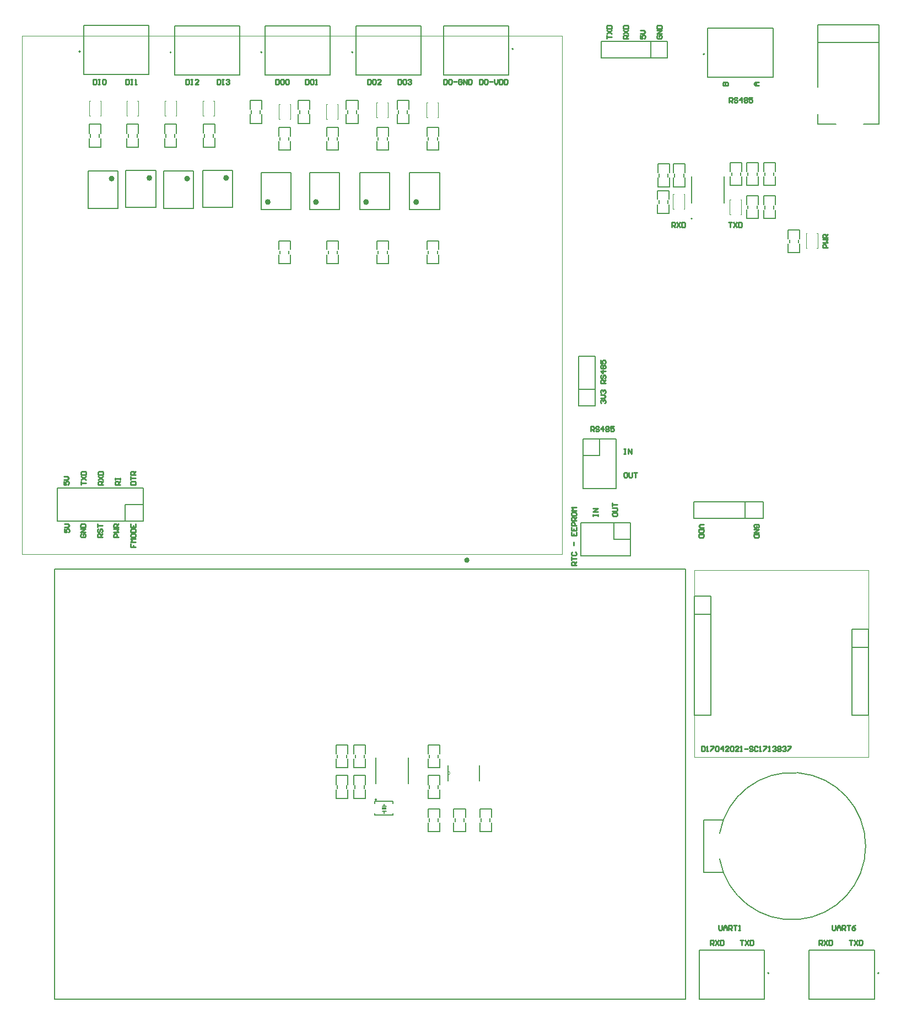
<source format=gto>
G04 Layer_Color=65535*
%FSTAX24Y24*%
%MOIN*%
G70*
G01*
G75*
%ADD16C,0.0100*%
%ADD36C,0.0079*%
%ADD37C,0.0000*%
%ADD38C,0.0157*%
%ADD39C,0.0050*%
%ADD40C,0.0070*%
%ADD41C,0.0040*%
%ADD42C,0.0070*%
%ADD43C,0.0039*%
%ADD44C,0.0060*%
%ADD45R,0.0250X0.0140*%
G36*
X034684Y098935D02*
X034449D01*
Y099173D01*
X034684D01*
Y098935D01*
D02*
G37*
G36*
X031652Y098935D02*
X031417D01*
Y099173D01*
X031652D01*
Y098935D01*
D02*
G37*
G36*
X025708Y098935D02*
X025472D01*
Y099173D01*
X025708D01*
Y098935D01*
D02*
G37*
G36*
X028621D02*
X028386D01*
Y099173D01*
X028621D01*
Y098935D01*
D02*
G37*
G36*
X018543Y100394D02*
X018308D01*
Y100632D01*
X018543D01*
Y100394D01*
D02*
G37*
G36*
X023189D02*
X022954D01*
Y100632D01*
X023189D01*
Y100394D01*
D02*
G37*
G36*
X01626Y100354D02*
X016025D01*
Y100593D01*
X01626D01*
Y100354D01*
D02*
G37*
G36*
X020827D02*
X020592D01*
Y100593D01*
X020827D01*
Y100354D01*
D02*
G37*
D16*
X017299Y081968D02*
X017598D01*
Y082118D01*
X017548Y082168D01*
X017349D01*
X017299Y082118D01*
Y081968D01*
Y082268D02*
Y082468D01*
Y082368D01*
X017598D01*
Y082568D02*
X017299D01*
Y082718D01*
X017349Y082768D01*
X017448D01*
X017498Y082718D01*
Y082568D01*
Y082668D02*
X017598Y082768D01*
X016654Y081968D02*
X016354D01*
Y082118D01*
X016404Y082168D01*
X016504D01*
X016554Y082118D01*
Y081968D01*
Y082068D02*
X016654Y082168D01*
X016354Y082268D02*
Y082368D01*
Y082318D01*
X016654D01*
Y082268D01*
Y082368D01*
X01563Y081968D02*
X01533D01*
Y082118D01*
X01538Y082168D01*
X01548D01*
X01553Y082118D01*
Y081968D01*
Y082068D02*
X01563Y082168D01*
X01533Y082268D02*
X01563Y082468D01*
X01533D02*
X01563Y082268D01*
X01533Y082568D02*
X01563D01*
Y082718D01*
X01558Y082768D01*
X01538D01*
X01533Y082718D01*
Y082568D01*
X014306Y081968D02*
Y082168D01*
Y082068D01*
X014606D01*
X014306Y082268D02*
X014606Y082468D01*
X014306D02*
X014606Y082268D01*
X014306Y082568D02*
X014606D01*
Y082718D01*
X014556Y082768D01*
X014356D01*
X014306Y082718D01*
Y082568D01*
X013245Y082168D02*
Y081968D01*
X013395D01*
X013345Y082068D01*
Y082118D01*
X013395Y082168D01*
X013495D01*
X013545Y082118D01*
Y082018D01*
X013495Y081968D01*
X013245Y082268D02*
X013445D01*
X013545Y082368D01*
X013445Y082468D01*
X013245D01*
X017299Y078389D02*
Y078189D01*
X017448D01*
Y078289D01*
Y078189D01*
X017598D01*
Y078489D02*
X017299D01*
X017398Y078589D01*
X017299Y078689D01*
X017598D01*
X017299Y078939D02*
Y078839D01*
X017349Y078789D01*
X017548D01*
X017598Y078839D01*
Y078939D01*
X017548Y078989D01*
X017349D01*
X017299Y078939D01*
Y079089D02*
X017598D01*
Y079239D01*
X017548Y079289D01*
X017349D01*
X017299Y079239D01*
Y079089D01*
Y079589D02*
Y079389D01*
X017598D01*
Y079589D01*
X017448Y079389D02*
Y079489D01*
X016575Y078789D02*
X016275D01*
Y078939D01*
X016325Y078989D01*
X016425D01*
X016475Y078939D01*
Y078789D01*
X016275Y079089D02*
X016575D01*
X016475Y079189D01*
X016575Y079289D01*
X016275D01*
X016575Y079389D02*
X016275D01*
Y079539D01*
X016325Y079589D01*
X016425D01*
X016475Y079539D01*
Y079389D01*
Y079489D02*
X016575Y079589D01*
X015591Y078789D02*
X015291D01*
Y078939D01*
X015341Y078989D01*
X015441D01*
X015491Y078939D01*
Y078789D01*
Y078889D02*
X015591Y078989D01*
X015341Y079289D02*
X015291Y079239D01*
Y079139D01*
X015341Y079089D01*
X015391D01*
X015441Y079139D01*
Y079239D01*
X015491Y079289D01*
X015541D01*
X015591Y079239D01*
Y079139D01*
X015541Y079089D01*
X015291Y079389D02*
Y079589D01*
Y079489D01*
X015591D01*
X014317Y078989D02*
X014267Y078939D01*
Y078839D01*
X014317Y078789D01*
X014517D01*
X014567Y078839D01*
Y078939D01*
X014517Y078989D01*
X014417D01*
Y078889D01*
X014567Y079089D02*
X014267D01*
X014567Y079289D01*
X014267D01*
Y079389D02*
X014567D01*
Y079539D01*
X014517Y079589D01*
X014317D01*
X014267Y079539D01*
Y079389D01*
X060748Y054434D02*
X060948D01*
X060848D01*
Y054134D01*
X061048Y054434D02*
X061248Y054134D01*
Y054434D02*
X061048Y054134D01*
X061348Y054434D02*
Y054134D01*
X061498D01*
X061548Y054184D01*
Y054384D01*
X061498Y054434D01*
X061348D01*
X058937Y054134D02*
Y054434D01*
X059087D01*
X059137Y054384D01*
Y054284D01*
X059087Y054234D01*
X058937D01*
X059037D02*
X059137Y054134D01*
X059237Y054434D02*
X059437Y054134D01*
Y054434D02*
X059237Y054134D01*
X059537Y054434D02*
Y054134D01*
X059687D01*
X059737Y054184D01*
Y054384D01*
X059687Y054434D01*
X059537D01*
X052362Y054134D02*
Y054434D01*
X052512D01*
X052562Y054384D01*
Y054284D01*
X052512Y054234D01*
X052362D01*
X052462D02*
X052562Y054134D01*
X052662Y054434D02*
X052862Y054134D01*
Y054434D02*
X052662Y054134D01*
X052962Y054434D02*
Y054134D01*
X053112D01*
X053162Y054184D01*
Y054384D01*
X053112Y054434D01*
X052962D01*
X054173D02*
X054373D01*
X054273D01*
Y054134D01*
X054473Y054434D02*
X054673Y054134D01*
Y054434D02*
X054473Y054134D01*
X054773Y054434D02*
Y054134D01*
X054923D01*
X054973Y054184D01*
Y054384D01*
X054923Y054434D01*
X054773D01*
X013283Y079289D02*
Y079089D01*
X013433D01*
X013383Y079189D01*
Y079239D01*
X013433Y079289D01*
X013533D01*
X013583Y079239D01*
Y079139D01*
X013533Y079089D01*
X013283Y079389D02*
X013483D01*
X013583Y079489D01*
X013483Y079589D01*
X013283D01*
X038386Y106481D02*
Y106181D01*
X038536D01*
X038586Y106231D01*
Y106431D01*
X038536Y106481D01*
X038386D01*
X038836D02*
X038736D01*
X038686Y106431D01*
Y106231D01*
X038736Y106181D01*
X038836D01*
X038886Y106231D01*
Y106431D01*
X038836Y106481D01*
X038986Y106331D02*
X039186D01*
X039286Y106481D02*
Y106281D01*
X039385Y106181D01*
X039485Y106281D01*
Y106481D01*
X039585D02*
Y106181D01*
X039735D01*
X039785Y106231D01*
Y106431D01*
X039735Y106481D01*
X039585D01*
X039885D02*
Y106181D01*
X040035D01*
X040085Y106231D01*
Y106431D01*
X040035Y106481D01*
X039885D01*
X03622D02*
Y106181D01*
X03637D01*
X03642Y106231D01*
Y106431D01*
X03637Y106481D01*
X03622D01*
X03667D02*
X03657D01*
X03652Y106431D01*
Y106231D01*
X03657Y106181D01*
X03667D01*
X03672Y106231D01*
Y106431D01*
X03667Y106481D01*
X03682Y106331D02*
X03702D01*
X03732Y106431D02*
X03727Y106481D01*
X03717D01*
X03712Y106431D01*
Y106231D01*
X03717Y106181D01*
X03727D01*
X03732Y106231D01*
Y106331D01*
X03722D01*
X03742Y106181D02*
Y106481D01*
X03762Y106181D01*
Y106481D01*
X03772D02*
Y106181D01*
X03787D01*
X03792Y106231D01*
Y106431D01*
X03787Y106481D01*
X03772D01*
X033465D02*
Y106181D01*
X033615D01*
X033665Y106231D01*
Y106431D01*
X033615Y106481D01*
X033465D01*
X033914D02*
X033814D01*
X033764Y106431D01*
Y106231D01*
X033814Y106181D01*
X033914D01*
X033964Y106231D01*
Y106431D01*
X033914Y106481D01*
X034064Y106431D02*
X034114Y106481D01*
X034214D01*
X034264Y106431D01*
Y106381D01*
X034214Y106331D01*
X034164D01*
X034214D01*
X034264Y106281D01*
Y106231D01*
X034214Y106181D01*
X034114D01*
X034064Y106231D01*
X031614Y106481D02*
Y106181D01*
X031764D01*
X031814Y106231D01*
Y106431D01*
X031764Y106481D01*
X031614D01*
X032064D02*
X031964D01*
X031914Y106431D01*
Y106231D01*
X031964Y106181D01*
X032064D01*
X032114Y106231D01*
Y106431D01*
X032064Y106481D01*
X032414Y106181D02*
X032214D01*
X032414Y106381D01*
Y106431D01*
X032364Y106481D01*
X032264D01*
X032214Y106431D01*
X027874Y106481D02*
Y106181D01*
X028024D01*
X028074Y106231D01*
Y106431D01*
X028024Y106481D01*
X027874D01*
X028324D02*
X028224D01*
X028174Y106431D01*
Y106231D01*
X028224Y106181D01*
X028324D01*
X028374Y106231D01*
Y106431D01*
X028324Y106481D01*
X028474Y106181D02*
X028574D01*
X028524D01*
Y106481D01*
X028474Y106431D01*
X026063Y106481D02*
Y106181D01*
X026213D01*
X026263Y106231D01*
Y106431D01*
X026213Y106481D01*
X026063D01*
X026513D02*
X026413D01*
X026363Y106431D01*
Y106231D01*
X026413Y106181D01*
X026513D01*
X026563Y106231D01*
Y106431D01*
X026513Y106481D01*
X026663Y106431D02*
X026713Y106481D01*
X026813D01*
X026863Y106431D01*
Y106231D01*
X026813Y106181D01*
X026713D01*
X026663Y106231D01*
Y106431D01*
X02252Y106481D02*
Y106181D01*
X02267D01*
X02272Y106231D01*
Y106431D01*
X02267Y106481D01*
X02252D01*
X02282D02*
X02292D01*
X02287D01*
Y106181D01*
X02282D01*
X02292D01*
X02307Y106431D02*
X023119Y106481D01*
X023219D01*
X023269Y106431D01*
Y106381D01*
X023219Y106331D01*
X023169D01*
X023219D01*
X023269Y106281D01*
Y106231D01*
X023219Y106181D01*
X023119D01*
X02307Y106231D01*
X02063Y106481D02*
Y106181D01*
X02078D01*
X02083Y106231D01*
Y106431D01*
X02078Y106481D01*
X02063D01*
X02093D02*
X02103D01*
X02098D01*
Y106181D01*
X02093D01*
X02103D01*
X02138D02*
X02118D01*
X02138Y106381D01*
Y106431D01*
X02133Y106481D01*
X02123D01*
X02118Y106431D01*
X017008Y106481D02*
Y106181D01*
X017158D01*
X017208Y106231D01*
Y106431D01*
X017158Y106481D01*
X017008D01*
X017308D02*
X017408D01*
X017358D01*
Y106181D01*
X017308D01*
X017408D01*
X017558D02*
X017658D01*
X017608D01*
Y106481D01*
X017558Y106431D01*
X015039Y106481D02*
Y106181D01*
X015189D01*
X015239Y106231D01*
Y106431D01*
X015189Y106481D01*
X015039D01*
X015339D02*
X015439D01*
X015389D01*
Y106181D01*
X015339D01*
X015439D01*
X015589Y106431D02*
X015639Y106481D01*
X015739D01*
X015789Y106431D01*
Y106231D01*
X015739Y106181D01*
X015639D01*
X015589Y106231D01*
Y106431D01*
X050039Y09752D02*
Y09782D01*
X050189D01*
X050239Y09777D01*
Y09767D01*
X050189Y09762D01*
X050039D01*
X050139D02*
X050239Y09752D01*
X050339Y09782D02*
X050539Y09752D01*
Y09782D02*
X050339Y09752D01*
X050639Y09782D02*
Y09752D01*
X050789D01*
X050839Y09757D01*
Y09777D01*
X050789Y09782D01*
X050639D01*
X053465D02*
X053664D01*
X053565D01*
Y09752D01*
X053764Y09782D02*
X053964Y09752D01*
Y09782D02*
X053764Y09752D01*
X054064Y09782D02*
Y09752D01*
X054214D01*
X054264Y09757D01*
Y09777D01*
X054214Y09782D01*
X054064D01*
X055276Y106102D02*
X055076D01*
X054976Y106202D01*
X055076Y106302D01*
X055276D01*
X055126D01*
Y106102D01*
X053125D02*
X053425D01*
Y106252D01*
X053375Y106302D01*
X053325D01*
X053275Y106252D01*
Y106102D01*
Y106252D01*
X053225Y106302D01*
X053175D01*
X053125Y106252D01*
Y106102D01*
X047402Y108937D02*
X047102D01*
Y109087D01*
X047152Y109137D01*
X047252D01*
X047302Y109087D01*
Y108937D01*
Y109037D02*
X047402Y109137D01*
X047102Y109237D02*
X047402Y109437D01*
X047102D02*
X047402Y109237D01*
X047102Y109537D02*
X047402D01*
Y109687D01*
X047352Y109737D01*
X047152D01*
X047102Y109687D01*
Y109537D01*
X046078Y108937D02*
Y109137D01*
Y109037D01*
X046378D01*
X046078Y109237D02*
X046378Y109437D01*
X046078D02*
X046378Y109237D01*
X046078Y109537D02*
X046378D01*
Y109687D01*
X046328Y109737D01*
X046128D01*
X046078Y109687D01*
Y109537D01*
X048125Y109137D02*
Y108937D01*
X048275D01*
X048225Y109037D01*
Y109087D01*
X048275Y109137D01*
X048375D01*
X048425Y109087D01*
Y108987D01*
X048375Y108937D01*
X048125Y109237D02*
X048325D01*
X048425Y109337D01*
X048325Y109437D01*
X048125D01*
X04916Y109137D02*
X04911Y109087D01*
Y108987D01*
X04916Y108937D01*
X049359D01*
X049409Y108987D01*
Y109087D01*
X049359Y109137D01*
X04926D01*
Y109037D01*
X049409Y109237D02*
X04911D01*
X049409Y109437D01*
X04911D01*
Y109537D02*
X049409D01*
Y109687D01*
X049359Y109737D01*
X04916D01*
X04911Y109687D01*
Y109537D01*
X045774Y08689D02*
X045724Y08694D01*
Y08704D01*
X045774Y08709D01*
X045824D01*
X045874Y08704D01*
Y08699D01*
Y08704D01*
X045924Y08709D01*
X045974D01*
X046024Y08704D01*
Y08694D01*
X045974Y08689D01*
X045724Y08719D02*
X045924D01*
X046024Y08729D01*
X045924Y08739D01*
X045724D01*
X045774Y08749D02*
X045724Y08754D01*
Y08764D01*
X045774Y08769D01*
X045824D01*
X045874Y08764D01*
Y08759D01*
Y08764D01*
X045924Y08769D01*
X045974D01*
X046024Y08764D01*
Y08754D01*
X045974Y08749D01*
X046024Y088089D02*
X045724D01*
Y088239D01*
X045774Y088289D01*
X045874D01*
X045924Y088239D01*
Y088089D01*
Y088189D02*
X046024Y088289D01*
X045774Y088589D02*
X045724Y088539D01*
Y088439D01*
X045774Y088389D01*
X045824D01*
X045874Y088439D01*
Y088539D01*
X045924Y088589D01*
X045974D01*
X046024Y088539D01*
Y088439D01*
X045974Y088389D01*
X046024Y088839D02*
X045724D01*
X045874Y088689D01*
Y088889D01*
X045774Y088989D02*
X045724Y089039D01*
Y089139D01*
X045774Y089189D01*
X045824D01*
X045874Y089139D01*
X045924Y089189D01*
X045974D01*
X046024Y089139D01*
Y089039D01*
X045974Y088989D01*
X045924D01*
X045874Y089039D01*
X045824Y088989D01*
X045774D01*
X045874Y089039D02*
Y089139D01*
X045724Y089489D02*
Y089289D01*
X045874D01*
X045824Y089389D01*
Y089439D01*
X045874Y089489D01*
X045974D01*
X046024Y089439D01*
Y089339D01*
X045974Y089289D01*
X05525Y079367D02*
X0553Y079417D01*
Y079517D01*
X05525Y079567D01*
X05505D01*
X055Y079517D01*
Y079417D01*
X05505Y079367D01*
X05515D01*
Y079467D01*
X055Y079267D02*
X0553D01*
X055Y079067D01*
X0553D01*
Y078967D02*
X055D01*
Y078817D01*
X05505Y078767D01*
X05525D01*
X0553Y078817D01*
Y078967D01*
X051953Y079567D02*
X051754D01*
X051654Y079467D01*
X051754Y079367D01*
X051953D01*
Y079267D02*
X051654D01*
Y079117D01*
X051704Y079067D01*
X051903D01*
X051953Y079117D01*
Y079267D01*
Y078967D02*
X051654D01*
Y078817D01*
X051704Y078767D01*
X051903D01*
X051953Y078817D01*
Y078967D01*
X044252Y077087D02*
X043952D01*
Y077237D01*
X044002Y077287D01*
X044102D01*
X044152Y077237D01*
Y077087D01*
Y077187D02*
X044252Y077287D01*
X043952Y077387D02*
Y077586D01*
Y077486D01*
X044252D01*
X044002Y077886D02*
X043952Y077836D01*
Y077736D01*
X044002Y077686D01*
X044202D01*
X044252Y077736D01*
Y077836D01*
X044202Y077886D01*
X044102Y078286D02*
Y078486D01*
X043952Y079086D02*
Y078886D01*
X044252D01*
Y079086D01*
X044102Y078886D02*
Y078986D01*
X043952Y079386D02*
Y079186D01*
X044252D01*
Y079386D01*
X044102Y079186D02*
Y079286D01*
X044252Y079486D02*
X043952D01*
Y079636D01*
X044002Y079686D01*
X044102D01*
X044152Y079636D01*
Y079486D01*
X044252Y079786D02*
X043952D01*
Y079936D01*
X044002Y079986D01*
X044102D01*
X044152Y079936D01*
Y079786D01*
Y079886D02*
X044252Y079986D01*
X043952Y080236D02*
Y080136D01*
X044002Y080086D01*
X044202D01*
X044252Y080136D01*
Y080236D01*
X044202Y080286D01*
X044002D01*
X043952Y080236D01*
X044252Y080386D02*
X043952D01*
X044052Y080486D01*
X043952Y080585D01*
X044252D01*
X051811Y066166D02*
Y065866D01*
X051961D01*
X052011Y065916D01*
Y066116D01*
X051961Y066166D01*
X051811D01*
X052111Y065866D02*
X052211D01*
X052161D01*
Y066166D01*
X052111Y066116D01*
X052361Y066166D02*
X052561D01*
Y066116D01*
X052361Y065916D01*
Y065866D01*
X052661Y066116D02*
X052711Y066166D01*
X052811D01*
X052861Y066116D01*
Y065916D01*
X052811Y065866D01*
X052711D01*
X052661Y065916D01*
Y066116D01*
X053111Y065866D02*
Y066166D01*
X052961Y066016D01*
X053161D01*
X05346Y065866D02*
X053261D01*
X05346Y066066D01*
Y066116D01*
X053411Y066166D01*
X053311D01*
X053261Y066116D01*
X05356D02*
X05361Y066166D01*
X05371D01*
X05376Y066116D01*
Y065916D01*
X05371Y065866D01*
X05361D01*
X05356Y065916D01*
Y066116D01*
X05406Y065866D02*
X05386D01*
X05406Y066066D01*
Y066116D01*
X05401Y066166D01*
X05391D01*
X05386Y066116D01*
X05416Y065866D02*
X05426D01*
X05421D01*
Y066166D01*
X05416Y066116D01*
X05441Y066016D02*
X05461D01*
X05491Y066116D02*
X05486Y066166D01*
X05476D01*
X05471Y066116D01*
Y066066D01*
X05476Y066016D01*
X05486D01*
X05491Y065966D01*
Y065916D01*
X05486Y065866D01*
X05476D01*
X05471Y065916D01*
X05521Y066116D02*
X05516Y066166D01*
X05506D01*
X05501Y066116D01*
Y065916D01*
X05506Y065866D01*
X05516D01*
X05521Y065916D01*
X05531Y065866D02*
X05541D01*
X05536D01*
Y066166D01*
X05531Y066116D01*
X05556Y066166D02*
X05576D01*
Y066116D01*
X05556Y065916D01*
Y065866D01*
X05586D02*
X05596D01*
X05591D01*
Y066166D01*
X05586Y066116D01*
X05611D02*
X05616Y066166D01*
X05626D01*
X05631Y066116D01*
Y066066D01*
X05626Y066016D01*
X05621D01*
X05626D01*
X05631Y065966D01*
Y065916D01*
X05626Y065866D01*
X05616D01*
X05611Y065916D01*
X05641Y066116D02*
X05646Y066166D01*
X056559D01*
X056609Y066116D01*
Y066066D01*
X056559Y066016D01*
X056609Y065966D01*
Y065916D01*
X056559Y065866D01*
X05646D01*
X05641Y065916D01*
Y065966D01*
X05646Y066016D01*
X05641Y066066D01*
Y066116D01*
X05646Y066016D02*
X056559D01*
X056709Y066116D02*
X056759Y066166D01*
X056859D01*
X056909Y066116D01*
Y066066D01*
X056859Y066016D01*
X056809D01*
X056859D01*
X056909Y065966D01*
Y065916D01*
X056859Y065866D01*
X056759D01*
X056709Y065916D01*
X057009Y066166D02*
X057209D01*
Y066116D01*
X057009Y065916D01*
Y065866D01*
X059449Y096299D02*
X059149D01*
Y096449D01*
X059199Y096499D01*
X059299D01*
X059349Y096449D01*
Y096299D01*
X059149Y096599D02*
X059449D01*
X059349Y096699D01*
X059449Y096799D01*
X059149D01*
X059449Y096899D02*
X059149D01*
Y097049D01*
X059199Y097099D01*
X059299D01*
X059349Y097049D01*
Y096899D01*
Y096999D02*
X059449Y097099D01*
X045118Y085197D02*
Y085497D01*
X045268D01*
X045318Y085447D01*
Y085347D01*
X045268Y085297D01*
X045118D01*
X045218D02*
X045318Y085197D01*
X045618Y085447D02*
X045568Y085497D01*
X045468D01*
X045418Y085447D01*
Y085397D01*
X045468Y085347D01*
X045568D01*
X045618Y085297D01*
Y085247D01*
X045568Y085197D01*
X045468D01*
X045418Y085247D01*
X045868Y085197D02*
Y085497D01*
X045718Y085347D01*
X045918D01*
X046018Y085447D02*
X046068Y085497D01*
X046168D01*
X046218Y085447D01*
Y085397D01*
X046168Y085347D01*
X046218Y085297D01*
Y085247D01*
X046168Y085197D01*
X046068D01*
X046018Y085247D01*
Y085297D01*
X046068Y085347D01*
X046018Y085397D01*
Y085447D01*
X046068Y085347D02*
X046168D01*
X046518Y085497D02*
X046318D01*
Y085347D01*
X046418Y085397D01*
X046468D01*
X046518Y085347D01*
Y085247D01*
X046468Y085197D01*
X046368D01*
X046318Y085247D01*
X047276Y082701D02*
X047176D01*
X047126Y082651D01*
Y082452D01*
X047176Y082402D01*
X047276D01*
X047326Y082452D01*
Y082651D01*
X047276Y082701D01*
X047426D02*
Y082452D01*
X047476Y082402D01*
X047576D01*
X047626Y082452D01*
Y082701D01*
X047726D02*
X047926D01*
X047826D01*
Y082402D01*
X047126Y084119D02*
X047226D01*
X047176D01*
Y083819D01*
X047126D01*
X047226D01*
X047376D02*
Y084119D01*
X047576Y083819D01*
Y084119D01*
X045251Y080079D02*
Y080179D01*
Y080129D01*
X045551D01*
Y080079D01*
Y080179D01*
Y080329D02*
X045251D01*
X045551Y080529D01*
X045251D01*
X046432Y080229D02*
Y080129D01*
X046482Y080079D01*
X046682D01*
X046732Y080129D01*
Y080229D01*
X046682Y080279D01*
X046482D01*
X046432Y080229D01*
Y080379D02*
X046682D01*
X046732Y080429D01*
Y080529D01*
X046682Y080579D01*
X046432D01*
Y080679D02*
Y080878D01*
Y080779D01*
X046732D01*
X059724Y055339D02*
Y055089D01*
X059774Y055039D01*
X059874D01*
X059924Y055089D01*
Y055339D01*
X060024Y055039D02*
Y055239D01*
X060124Y055339D01*
X060224Y055239D01*
Y055039D01*
Y055189D01*
X060024D01*
X060324Y055039D02*
Y055339D01*
X060474D01*
X060524Y055289D01*
Y055189D01*
X060474Y055139D01*
X060324D01*
X060424D02*
X060524Y055039D01*
X060624Y055339D02*
X060824D01*
X060724D01*
Y055039D01*
X061124Y055339D02*
X061024Y055289D01*
X060924Y055189D01*
Y055089D01*
X060974Y055039D01*
X061074D01*
X061124Y055089D01*
Y055139D01*
X061074Y055189D01*
X060924D01*
X052874Y055339D02*
Y055089D01*
X052924Y055039D01*
X053024D01*
X053074Y055089D01*
Y055339D01*
X053174Y055039D02*
Y055239D01*
X053274Y055339D01*
X053374Y055239D01*
Y055039D01*
Y055189D01*
X053174D01*
X053474Y055039D02*
Y055339D01*
X053624D01*
X053674Y055289D01*
Y055189D01*
X053624Y055139D01*
X053474D01*
X053574D02*
X053674Y055039D01*
X053774Y055339D02*
X053974D01*
X053874D01*
Y055039D01*
X054074D02*
X054174D01*
X054124D01*
Y055339D01*
X054074Y055289D01*
X053504Y105079D02*
Y105379D01*
X053654D01*
X053704Y105329D01*
Y105229D01*
X053654Y105179D01*
X053504D01*
X053604D02*
X053704Y105079D01*
X054004Y105329D02*
X053954Y105379D01*
X053854D01*
X053804Y105329D01*
Y105279D01*
X053854Y105229D01*
X053954D01*
X054004Y105179D01*
Y105129D01*
X053954Y105079D01*
X053854D01*
X053804Y105129D01*
X054254Y105079D02*
Y105379D01*
X054104Y105229D01*
X054304D01*
X054404Y105329D02*
X054454Y105379D01*
X054554D01*
X054604Y105329D01*
Y105279D01*
X054554Y105229D01*
X054604Y105179D01*
Y105129D01*
X054554Y105079D01*
X054454D01*
X054404Y105129D01*
Y105179D01*
X054454Y105229D01*
X054404Y105279D01*
Y105329D01*
X054454Y105229D02*
X054554D01*
X054903Y105379D02*
X054704D01*
Y105229D01*
X054804Y105279D01*
X054854D01*
X054903Y105229D01*
Y105129D01*
X054854Y105079D01*
X054754D01*
X054704Y105129D01*
D36*
X040433Y108307D02*
G03*
X040433Y108307I-000039J0D01*
G01*
X019747Y10811D02*
G03*
X019747Y10811I-000039J0D01*
G01*
X030736D02*
G03*
X030736Y10811I-000039J0D01*
G01*
X014252Y10815D02*
G03*
X014252Y10815I-000039J0D01*
G01*
X025241Y10811D02*
G03*
X025241Y10811I-000039J0D01*
G01*
X028646Y099055D02*
G03*
X028646Y099055I-000142J0D01*
G01*
X034709D02*
G03*
X034709Y099055I-000142J0D01*
G01*
X025733D02*
G03*
X025733Y099055I-000142J0D01*
G01*
X031677Y099055D02*
G03*
X031677Y099055I-000142J0D01*
G01*
X023213Y100512D02*
G03*
X023213Y100512I-000142J0D01*
G01*
X020851Y100472D02*
G03*
X020851Y100472I-000142J0D01*
G01*
X018567Y100512D02*
G03*
X018567Y100512I-000142J0D01*
G01*
X016284Y100472D02*
G03*
X016284Y100472I-000142J0D01*
G01*
X052008Y107992D02*
G03*
X052008Y107992I-000039J0D01*
G01*
X051262Y098053D02*
G03*
X051262Y098053I-000039J0D01*
G01*
X032167Y062935D02*
G03*
X032167Y062935I-000039J0D01*
G01*
X052922Y059346D02*
G03*
X052922Y060891I004381J000773D01*
G01*
X055906Y052441D02*
G03*
X055906Y052441I-000039J0D01*
G01*
X062553D02*
G03*
X062553Y052441I-000039J0D01*
G01*
X053557Y101437D02*
X054267D01*
X053557Y100892D02*
Y101437D01*
X054267Y100892D02*
Y101437D01*
Y100059D02*
Y100587D01*
X053557Y100059D02*
X054267D01*
X053557D02*
Y100587D01*
X054552Y100059D02*
X055262D01*
Y100604D01*
X054552Y100059D02*
Y100604D01*
Y100909D02*
Y101437D01*
X055262D01*
Y100909D02*
Y101437D01*
X054552Y098051D02*
X055262D01*
Y098596D01*
X054552Y098051D02*
Y098596D01*
Y098901D02*
Y099429D01*
X055262D01*
Y098901D02*
Y099429D01*
X049158Y098371D02*
X049868D01*
Y098916D01*
X049158Y098371D02*
Y098916D01*
Y099221D02*
Y099749D01*
X049868D01*
Y099221D02*
Y099749D01*
X055576Y101437D02*
X056286D01*
X055576Y100892D02*
Y101437D01*
X056286Y100892D02*
Y101437D01*
Y100059D02*
Y100587D01*
X055576Y100059D02*
X056286D01*
X055576D02*
Y100587D01*
Y099429D02*
X056286D01*
X055576Y098885D02*
Y099429D01*
X056286Y098885D02*
Y099429D01*
Y098051D02*
Y098579D01*
X055576Y098051D02*
X056286D01*
X055576D02*
Y098579D01*
X048744Y107768D02*
Y108768D01*
X049744Y107768D02*
Y108768D01*
X045744Y107768D02*
X049744D01*
X045744Y108768D02*
X049744D01*
X045744Y107768D02*
Y108768D01*
X029158Y095335D02*
X029868D01*
Y095879D01*
X029158Y095335D02*
Y095879D01*
Y096184D02*
Y096713D01*
X029868D01*
Y096184D02*
Y096713D01*
X029158Y102185D02*
X029868D01*
Y10273D01*
X029158Y102185D02*
Y10273D01*
Y103035D02*
Y103563D01*
X029868D01*
Y103035D02*
Y103563D01*
X035221Y095335D02*
X035931D01*
Y095879D01*
X035221Y095335D02*
Y095879D01*
Y096184D02*
Y096713D01*
X035931D01*
Y096184D02*
Y096713D01*
X035221Y102185D02*
X035931D01*
Y10273D01*
X035221Y102185D02*
Y10273D01*
Y103035D02*
Y103563D01*
X035931D01*
Y103035D02*
Y103563D01*
X02811Y098602D02*
X029921D01*
Y100846D01*
X02811D02*
X029921D01*
X02811Y098602D02*
Y100846D01*
X034173Y098602D02*
X035984D01*
Y100846D01*
X034173D02*
X035984D01*
X034173Y098602D02*
Y100846D01*
X027426Y10381D02*
X028136D01*
Y104355D01*
X027426Y10381D02*
Y104355D01*
Y10466D02*
Y105188D01*
X028136D01*
Y10466D02*
Y105188D01*
X03341Y10381D02*
X03412D01*
Y104355D01*
X03341Y10381D02*
Y104355D01*
Y10466D02*
Y105188D01*
X03412D01*
Y10466D02*
Y105188D01*
X026245Y095335D02*
X026955D01*
Y095879D01*
X026245Y095335D02*
Y095879D01*
Y096184D02*
Y096713D01*
X026955D01*
Y096184D02*
Y096713D01*
X026245Y102185D02*
X026955D01*
Y10273D01*
X026245Y102185D02*
Y10273D01*
Y103035D02*
Y103563D01*
X026955D01*
Y103035D02*
Y103563D01*
X03219Y095335D02*
X0329D01*
Y095879D01*
X03219Y095335D02*
Y095879D01*
Y096184D02*
Y096713D01*
X0329D01*
Y096184D02*
Y096713D01*
X03219Y102185D02*
X0329D01*
Y10273D01*
X03219Y102185D02*
Y10273D01*
Y103035D02*
Y103563D01*
X0329D01*
Y103035D02*
Y103563D01*
X025197Y098602D02*
X027008D01*
Y100846D01*
X025197D02*
X027008D01*
X025197Y098602D02*
Y100846D01*
X031142Y098602D02*
X032953D01*
Y100846D01*
X031142D02*
X032953D01*
X031142Y098602D02*
Y100846D01*
X024513Y10381D02*
X025223D01*
Y104355D01*
X024513Y10381D02*
Y104355D01*
Y10466D02*
Y105188D01*
X025223D01*
Y10466D02*
Y105188D01*
X030339Y10381D02*
X031049D01*
Y104355D01*
X030339Y10381D02*
Y104355D01*
Y10466D02*
Y105188D01*
X031049D01*
Y10466D02*
Y105188D01*
X021678Y102382D02*
X022388D01*
Y102926D01*
X021678Y102382D02*
Y102926D01*
Y103232D02*
Y10376D01*
X022388D01*
Y103232D02*
Y10376D01*
X021654Y100965D02*
X023465D01*
X021654Y09872D02*
Y100965D01*
Y09872D02*
X023465D01*
Y100965D01*
X019344Y10376D02*
X020054D01*
X019344Y103215D02*
Y10376D01*
X020054Y103215D02*
Y10376D01*
Y102382D02*
Y10291D01*
X019344Y102382D02*
X020054D01*
X019344D02*
Y10291D01*
X019291Y100925D02*
X021102D01*
X019291Y098681D02*
Y100925D01*
Y098681D02*
X021102D01*
Y100925D01*
X017061Y10376D02*
X017771D01*
X017061Y103215D02*
Y10376D01*
X017771Y103215D02*
Y10376D01*
Y102382D02*
Y10291D01*
X017061Y102382D02*
X017771D01*
X017061D02*
Y10291D01*
X017008Y100965D02*
X018819D01*
X017008Y09872D02*
Y100965D01*
Y09872D02*
X018819D01*
Y100965D01*
X014777Y10376D02*
X015487D01*
X014777Y103215D02*
Y10376D01*
X015487Y103215D02*
Y10376D01*
Y102382D02*
Y10291D01*
X014777Y102382D02*
X015487D01*
X014777D02*
Y10291D01*
X014724Y100925D02*
X016535D01*
X014724Y098681D02*
Y100925D01*
Y098681D02*
X016535D01*
Y100925D01*
X044382Y087728D02*
X045382D01*
X044382Y086728D02*
X045382D01*
X044382D02*
Y089728D01*
X045382D01*
Y086728D02*
Y089728D01*
X057061Y097382D02*
X057771D01*
X057061Y096837D02*
Y097382D01*
X057771Y096837D02*
Y097382D01*
Y096004D02*
Y096532D01*
X057061Y096004D02*
X057771D01*
X057061D02*
Y096532D01*
X051354Y079933D02*
Y080933D01*
X055551D01*
X051354Y079933D02*
X055551D01*
Y080933D01*
X054453Y079933D02*
Y080933D01*
X046524Y078661D02*
Y079661D01*
Y078661D02*
X047524D01*
Y077661D02*
Y079661D01*
X044524Y077661D02*
X047524D01*
X044524D02*
Y079661D01*
X047524D01*
X044669Y083728D02*
X045669D01*
Y084728D01*
X044669D02*
X046669D01*
Y081728D02*
Y084728D01*
X044669Y081728D02*
X046669D01*
X044669D02*
Y084728D01*
X060917Y072138D02*
X061917D01*
X060917Y068039D02*
X061917D01*
X060917D02*
Y073236D01*
X061917Y068039D02*
Y073236D01*
X060917D02*
X061917D01*
X049178Y10083D02*
Y101359D01*
Y099979D02*
Y100525D01*
X049878Y099979D02*
Y100525D01*
Y10083D02*
Y101359D01*
X049178Y099979D02*
X049878D01*
X049178Y101359D02*
X049878D01*
X050122Y10083D02*
Y101359D01*
Y099979D02*
Y100525D01*
X050822Y099979D02*
Y100525D01*
Y10083D02*
Y101359D01*
X050122Y099979D02*
X050822D01*
X050122Y101359D02*
X050822D01*
X05239Y068039D02*
Y075236D01*
X05139D02*
X05239D01*
X05139Y068039D02*
Y075236D01*
Y068039D02*
X05239D01*
X05139Y074138D02*
X05239D01*
X030429Y063011D02*
Y06354D01*
Y063845D02*
Y064391D01*
X029729Y063845D02*
Y064391D01*
Y063011D02*
Y06354D01*
Y064391D02*
X030429D01*
X029729Y063011D02*
X030429D01*
X031492D02*
Y06354D01*
Y063845D02*
Y064391D01*
X030792Y063845D02*
Y064391D01*
Y063011D02*
Y06354D01*
Y064391D02*
X031492D01*
X030792Y063011D02*
X031492D01*
X030792Y064862D02*
X031502D01*
Y065407D01*
X030792Y064862D02*
Y065407D01*
Y065712D02*
Y06624D01*
X031502D01*
Y065712D02*
Y06624D01*
X029719Y064862D02*
X030429D01*
Y065407D01*
X029719Y064862D02*
Y065407D01*
Y065712D02*
Y06624D01*
X030429D01*
Y065712D02*
Y06624D01*
X03528Y065711D02*
Y06624D01*
Y06486D02*
Y065406D01*
X03598Y06486D02*
Y065406D01*
Y065711D02*
Y06624D01*
X03528Y06486D02*
X03598D01*
X03528Y06624D02*
X03598D01*
X051968Y058543D02*
Y061693D01*
X05315D01*
X051968Y058543D02*
X05315D01*
X03598Y063011D02*
Y06354D01*
Y063845D02*
Y064391D01*
X03528Y063845D02*
Y064391D01*
Y063011D02*
Y06354D01*
Y064391D02*
X03598D01*
X03528Y063011D02*
X03598D01*
X03528Y061004D02*
X03599D01*
Y061549D01*
X03528Y061004D02*
Y061549D01*
Y061854D02*
Y062382D01*
X03599D01*
Y061854D02*
Y062382D01*
X036835Y061004D02*
X037545D01*
Y061549D01*
X036835Y061004D02*
Y061549D01*
Y061854D02*
Y062382D01*
X037545D01*
Y061854D02*
Y062382D01*
X03841Y061004D02*
X03912D01*
Y061549D01*
X03841Y061004D02*
Y061549D01*
Y061854D02*
Y062382D01*
X03912D01*
Y061854D02*
Y062382D01*
X01285Y079776D02*
X018047D01*
X01285D02*
Y081776D01*
X015949D01*
X018047D01*
Y079776D02*
Y081776D01*
X016949Y080776D02*
X018047D01*
X016949Y079776D02*
Y080776D01*
D37*
X036481Y064408D02*
G03*
X036481Y064648I0J00012D01*
G01*
D38*
X037709Y077406D02*
G03*
X037709Y077406I-000079J0D01*
G01*
D39*
X03622Y106732D02*
X040157D01*
Y109685D01*
X03622D02*
X040157D01*
X03622Y106732D02*
Y109685D01*
X019943D02*
X02388D01*
X019943Y106732D02*
Y109685D01*
Y106732D02*
X02388D01*
Y109685D01*
X030933D02*
X03487D01*
X030933Y106732D02*
Y109685D01*
Y106732D02*
X03487D01*
Y109685D01*
X014449Y109724D02*
X018386D01*
X014449Y106772D02*
Y109724D01*
Y106772D02*
X018386D01*
Y109724D01*
X025438Y109685D02*
X029375D01*
X025438Y106732D02*
Y109685D01*
Y106732D02*
X029375D01*
Y109685D01*
X052205Y109567D02*
X056142D01*
X052205Y106614D02*
Y109567D01*
Y106614D02*
X056142D01*
Y109567D01*
X051213Y099016D02*
Y100591D01*
X053197Y099016D02*
Y100591D01*
X034102Y063898D02*
Y065472D01*
X032118Y063898D02*
Y065472D01*
X032635Y062097D02*
Y062247D01*
X03251D02*
X03276D01*
X03251Y062547D02*
X03276D01*
X032635D02*
Y062677D01*
X032065Y062817D02*
X033155D01*
X032065Y062707D02*
Y062817D01*
X033155Y062707D02*
Y062817D01*
Y061987D02*
Y062097D01*
X032055Y061987D02*
X033155D01*
X032055D02*
Y062097D01*
X012677Y050866D02*
Y07685D01*
X050866Y050866D02*
Y07685D01*
X012677Y050866D02*
X050866D01*
X012677Y07685D02*
X050866D01*
X051693Y050866D02*
X05563D01*
Y053819D01*
X051693D02*
X05563D01*
X051693Y050866D02*
Y053819D01*
X05834Y050866D02*
X062277D01*
Y053819D01*
X05834D02*
X062277D01*
X05834Y050866D02*
Y053819D01*
D40*
X054183Y100656D02*
Y100836D01*
X053643Y100656D02*
Y100836D01*
X054636Y10066D02*
Y10084D01*
X055176Y10066D02*
Y10084D01*
X054636Y098652D02*
Y098832D01*
X055176Y098652D02*
Y098832D01*
X049242Y098972D02*
Y099152D01*
X049782Y098972D02*
Y099152D01*
X056202Y100656D02*
Y100836D01*
X055662Y100656D02*
Y100836D01*
X056202Y098649D02*
Y098828D01*
X055662Y098649D02*
Y098828D01*
X029242Y095935D02*
Y096115D01*
X029782Y095935D02*
Y096115D01*
X029242Y102786D02*
Y102966D01*
X029782Y102786D02*
Y102966D01*
X035305Y095935D02*
Y096115D01*
X035845Y095935D02*
Y096115D01*
X035305Y102786D02*
Y102966D01*
X035845Y102786D02*
Y102966D01*
X02751Y104411D02*
Y104591D01*
X02805Y104411D02*
Y104591D01*
X033494Y104411D02*
Y104591D01*
X034034Y104411D02*
Y104591D01*
X026329Y095935D02*
Y096115D01*
X026869Y095935D02*
Y096115D01*
X026329Y102786D02*
Y102966D01*
X026869Y102786D02*
Y102966D01*
X032274Y095935D02*
Y096115D01*
X032814Y095935D02*
Y096115D01*
X032274Y102786D02*
Y102966D01*
X032814Y102786D02*
Y102966D01*
X024596Y104411D02*
Y104591D01*
X025136Y104411D02*
Y104591D01*
X030423Y104411D02*
Y104591D01*
X030963Y104411D02*
Y104591D01*
X021762Y102983D02*
Y103163D01*
X022302Y102983D02*
Y103163D01*
X01997Y102979D02*
Y103159D01*
X01943Y102979D02*
Y103159D01*
X017687Y102979D02*
Y103159D01*
X017147Y102979D02*
Y103159D01*
X015404Y102979D02*
Y103159D01*
X014864Y102979D02*
Y103159D01*
X057687Y096601D02*
Y096781D01*
X057147Y096601D02*
Y096781D01*
X058847Y108707D02*
X062527D01*
X062557Y103756D02*
Y109777D01*
X058857D02*
X062557D01*
X049259Y100581D02*
Y100761D01*
X049799Y100581D02*
Y100761D01*
X050204Y100581D02*
Y100761D01*
X050744Y100581D02*
Y100761D01*
X030347Y063609D02*
Y063789D01*
X029807Y063609D02*
Y063789D01*
X03141Y063609D02*
Y063789D01*
X03087Y063609D02*
Y063789D01*
X030876Y065463D02*
Y065643D01*
X031416Y065463D02*
Y065643D01*
X029803Y065463D02*
Y065643D01*
X030343Y065463D02*
Y065643D01*
X035361Y065462D02*
Y065642D01*
X035901Y065462D02*
Y065642D01*
X035899Y063609D02*
Y063789D01*
X035359Y063609D02*
Y063789D01*
X035364Y061605D02*
Y061785D01*
X035904Y061605D02*
Y061785D01*
X036919Y061605D02*
Y061785D01*
X037459Y061605D02*
Y061785D01*
X038494Y061605D02*
Y061785D01*
X039034Y061605D02*
Y061785D01*
D41*
X053538Y099207D02*
X053588D01*
X053538Y098307D02*
Y099207D01*
Y098307D02*
X053588D01*
X054188Y099207D02*
X054238D01*
Y098307D02*
Y099207D01*
X054188Y098307D02*
X054238D01*
X050105Y099522D02*
X050155D01*
X050105Y098622D02*
Y099522D01*
Y098622D02*
X050155D01*
X050755Y099522D02*
X050805D01*
Y098622D02*
Y099522D01*
X050755Y098622D02*
X050805D01*
X035202Y105073D02*
X035252D01*
X035202Y104173D02*
Y105073D01*
Y104173D02*
X035252D01*
X035852Y105073D02*
X035902D01*
Y104173D02*
Y105073D01*
X035852Y104173D02*
X035902D01*
X026274Y104961D02*
X026324D01*
X026274Y104061D02*
Y104961D01*
Y104061D02*
X026324D01*
X026924Y104961D02*
X026974D01*
Y104061D02*
Y104961D01*
X026924Y104061D02*
X026974D01*
X03217Y105073D02*
X03222D01*
X03217Y104173D02*
Y105073D01*
Y104173D02*
X03222D01*
X03282Y105073D02*
X03287D01*
Y104173D02*
Y105073D01*
X03282Y104173D02*
X03287D01*
X021658Y105157D02*
X021709D01*
X021658Y104257D02*
Y105157D01*
Y104257D02*
X021709D01*
X022308Y105157D02*
X022359D01*
Y104257D02*
Y105157D01*
X022308Y104257D02*
X022359D01*
X019374Y105157D02*
X019424D01*
X019374Y104257D02*
Y105157D01*
Y104257D02*
X019424D01*
X020024Y105157D02*
X020074D01*
Y104257D02*
Y105157D01*
X020024Y104257D02*
X020074D01*
X017052Y105157D02*
X017102D01*
X017052Y104257D02*
Y105157D01*
Y104257D02*
X017102D01*
X017702Y105157D02*
X017752D01*
Y104257D02*
Y105157D01*
X017702Y104257D02*
X017752D01*
X014807Y105157D02*
X014857D01*
X014807Y104257D02*
Y105157D01*
Y104257D02*
X014857D01*
X015457Y105157D02*
X015507D01*
Y104257D02*
Y105157D01*
X015457Y104257D02*
X015507D01*
X029139Y104961D02*
X029189D01*
X029139Y104061D02*
Y104961D01*
Y104061D02*
X029189D01*
X029789Y104961D02*
X029839D01*
Y104061D02*
Y104961D01*
X029789Y104061D02*
X029839D01*
X058154Y097155D02*
X058204D01*
X058154Y096255D02*
Y097155D01*
Y096255D02*
X058204D01*
X058804Y097155D02*
X058854D01*
Y096255D02*
Y097155D01*
X058804Y096255D02*
X058854D01*
D42*
X061637Y103757D02*
X061639Y103756D01*
X062557D01*
X058849Y103757D02*
X059957D01*
X058847Y103756D02*
X058849Y103757D01*
X058847Y103756D02*
Y104377D01*
X058857Y105987D02*
Y109777D01*
D43*
X051378Y065512D02*
Y076811D01*
X061929D01*
Y074016D02*
Y076811D01*
Y065512D02*
Y074016D01*
X051378Y065512D02*
X061929D01*
X014882Y109094D02*
X043386D01*
Y077756D02*
Y109094D01*
X010709Y077756D02*
X043386D01*
X010709D02*
Y109094D01*
X015171D01*
D44*
X036481Y064068D02*
Y064408D01*
Y064648D01*
Y064988D01*
X038401Y064068D02*
Y064988D01*
D45*
X032631Y062397D02*
D03*
M02*

</source>
